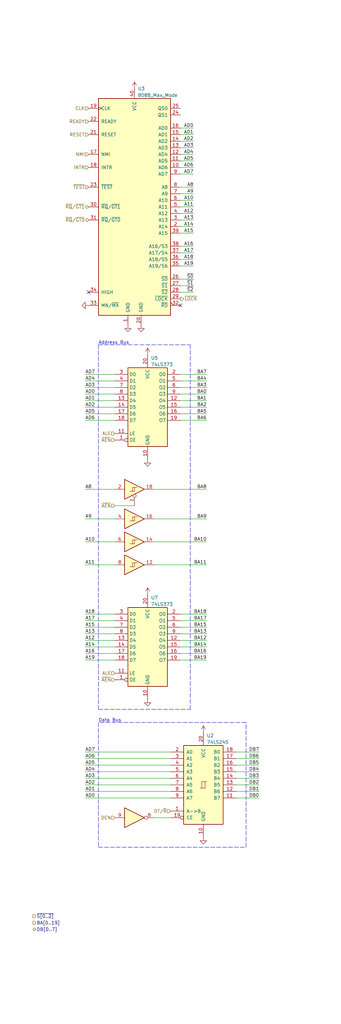
<source format=kicad_sch>
(kicad_sch (version 20211123) (generator eeschema)
  (paper "User" 132.004 396.011)
  (title_block (title "8088 Processor"))
  (lib_symbols
    (symbol "74xx:74LS04"
      (property "Reference" "U" (at 0 1.27 0))
      (property "Value" "74LS04" (at 0 -1.27 0))
      (symbol "74LS04_1_0"
        (polyline (pts (xy -3.81 3.81) (xy -3.81 -3.81) (xy 3.81 0) (xy -3.81 3.81)) (stroke (width 0.254)) (fill (type background)))
        (pin input line (at -7.62 0 0) (length 3.81) (name "~") (number "1"))
        (pin output inverted (at 7.62 0 180) (length 3.81) (name "~") (number "2"))
      )
      (symbol "74LS04_2_0"
        (polyline (pts (xy -3.81 3.81) (xy -3.81 -3.81) (xy 3.81 0) (xy -3.81 3.81)) (stroke (width 0.254)) (fill (type background)))
        (pin input line (at -7.62 0 0) (length 3.81) (name "~") (number "3"))
        (pin output inverted (at 7.62 0 180) (length 3.81) (name "~") (number "4"))
      )
      (symbol "74LS04_3_0"
        (polyline (pts (xy -3.81 3.81) (xy -3.81 -3.81) (xy 3.81 0) (xy -3.81 3.81)) (stroke (width 0.254)) (fill (type background)))
        (pin input line (at -7.62 0 0) (length 3.81) (name "~") (number "5"))
        (pin output inverted (at 7.62 0 180) (length 3.81) (name "~") (number "6"))
      )
      (symbol "74LS04_4_0"
        (polyline (pts (xy -3.81 3.81) (xy -3.81 -3.81) (xy 3.81 0) (xy -3.81 3.81)) (stroke (width 0.254)) (fill (type background)))
        (pin output inverted (at 7.62 0 180) (length 3.81) (name "~") (number "8"))
        (pin input line (at -7.62 0 0) (length 3.81) (name "~") (number "9"))
      )
      (symbol "74LS04_5_0"
        (polyline (pts (xy -3.81 3.81) (xy -3.81 -3.81) (xy 3.81 0) (xy -3.81 3.81)) (stroke (width 0.254)) (fill (type background)))
        (pin output inverted (at 7.62 0 180) (length 3.81) (name "~") (number "10"))
        (pin input line (at -7.62 0 0) (length 3.81) (name "~") (number "11"))
      )
      (symbol "74LS04_6_0"
        (polyline (pts (xy -3.81 3.81) (xy -3.81 -3.81) (xy 3.81 0) (xy -3.81 3.81)) (stroke (width 0.254)) (fill (type background)))
        (pin output inverted (at 7.62 0 180) (length 3.81) (name "~") (number "12"))
        (pin input line (at -7.62 0 0) (length 3.81) (name "~") (number "13"))
      )
      (symbol "74LS04_7_0"
        (pin power_in line (at 0 12.7 270) (length 5.08) (name "VCC") (number "14"))
        (pin power_in line (at 0 -12.7 90) (length 5.08) (name "GND") (number "7"))
      )
      (symbol "74LS04_7_1"
        (rectangle (start -5.08 7.62) (end 5.08 -7.62) (stroke (width 0.254)) (fill (type background)))
      )
    )
    (symbol "74xx:74LS244_Split"
      (property "Reference" "U" (at 0 1.27 0))
      (property "Value" "74LS244_Split" (at 0 -1.27 0))
      (symbol "74LS244_Split_1_0"
        (polyline (pts (xy -3.81 3.81) (xy -3.81 -3.81) (xy 3.81 0) (xy -3.81 3.81)) (stroke (width 0.254)) (fill (type background)))
        (pin input inverted (at 0 -6.35 90) (length 4.445) (name "~") (number "1"))
        (pin tri_state line (at 7.62 0 180) (length 3.81) (name "~") (number "18"))
        (pin input line (at -7.62 0 0) (length 3.81) (name "~") (number "2"))
      )
      (symbol "74LS244_Split_1_1"
        (polyline (pts (xy 0 0.762) (xy 0 -0.762) (xy -1.778 -0.762)))
        (polyline (pts (xy 1.016 0.762) (xy -0.762 0.762) (xy -0.762 -0.762)))
      )
      (symbol "74LS244_Split_2_0"
        (polyline (pts (xy -3.81 3.81) (xy -3.81 -3.81) (xy 3.81 0) (xy -3.81 3.81)) (stroke (width 0.254)) (fill (type background)))
        (pin tri_state line (at 7.62 0 180) (length 3.81) (name "~") (number "16"))
        (pin input line (at -7.62 0 0) (length 3.81) (name "~") (number "4"))
      )
      (symbol "74LS244_Split_2_1"
        (polyline (pts (xy 0 0.762) (xy 0 -0.762) (xy -1.778 -0.762)))
        (polyline (pts (xy 1.016 0.762) (xy -0.762 0.762) (xy -0.762 -0.762)))
      )
      (symbol "74LS244_Split_3_0"
        (polyline (pts (xy -3.81 3.81) (xy -3.81 -3.81) (xy 3.81 0) (xy -3.81 3.81)) (stroke (width 0.254)) (fill (type background)))
        (pin tri_state line (at 7.62 0 180) (length 3.81) (name "~") (number "14"))
        (pin input line (at -7.62 0 0) (length 3.81) (name "~") (number "6"))
      )
      (symbol "74LS244_Split_3_1"
        (polyline (pts (xy 0 0.762) (xy 0 -0.762) (xy -1.778 -0.762)))
        (polyline (pts (xy 1.016 0.762) (xy -0.762 0.762) (xy -0.762 -0.762)))
      )
      (symbol "74LS244_Split_4_0"
        (polyline (pts (xy -3.81 3.81) (xy -3.81 -3.81) (xy 3.81 0) (xy -3.81 3.81)) (stroke (width 0.254)) (fill (type background)))
        (pin tri_state line (at 7.62 0 180) (length 3.81) (name "~") (number "12"))
        (pin input line (at -7.62 0 0) (length 3.81) (name "~") (number "8"))
      )
      (symbol "74LS244_Split_4_1"
        (polyline (pts (xy 0 0.762) (xy 0 -0.762) (xy -1.778 -0.762)))
        (polyline (pts (xy 1.016 0.762) (xy -0.762 0.762) (xy -0.762 -0.762)))
      )
      (symbol "74LS244_Split_5_0"
        (polyline (pts (xy -3.81 3.81) (xy -3.81 -3.81) (xy 3.81 0) (xy -3.81 3.81)) (stroke (width 0.254)) (fill (type background)))
        (pin input line (at -7.62 0 0) (length 3.81) (name "~") (number "11"))
        (pin input inverted (at 0 -6.35 90) (length 4.445) (name "~") (number "19"))
        (pin tri_state line (at 7.62 0 180) (length 3.81) (name "~") (number "9"))
      )
      (symbol "74LS244_Split_5_1"
        (polyline (pts (xy 0 0.762) (xy 0 -0.762) (xy -1.778 -0.762)))
        (polyline (pts (xy 1.016 0.762) (xy -0.762 0.762) (xy -0.762 -0.762)))
      )
      (symbol "74LS244_Split_6_0"
        (polyline (pts (xy -3.81 3.81) (xy -3.81 -3.81) (xy 3.81 0) (xy -3.81 3.81)) (stroke (width 0.254)) (fill (type background)))
        (pin input line (at -7.62 0 0) (length 3.81) (name "~") (number "13"))
        (pin tri_state line (at 7.62 0 180) (length 3.81) (name "~") (number "7"))
      )
      (symbol "74LS244_Split_6_1"
        (polyline (pts (xy 0 0.762) (xy 0 -0.762) (xy -1.778 -0.762)))
        (polyline (pts (xy 1.016 0.762) (xy -0.762 0.762) (xy -0.762 -0.762)))
      )
      (symbol "74LS244_Split_7_0"
        (polyline (pts (xy -3.81 3.81) (xy -3.81 -3.81) (xy 3.81 0) (xy -3.81 3.81)) (stroke (width 0.254)) (fill (type background)))
        (pin input line (at -7.62 0 0) (length 3.81) (name "~") (number "15"))
        (pin tri_state line (at 7.62 0 180) (length 3.81) (name "~") (number "5"))
      )
      (symbol "74LS244_Split_7_1"
        (polyline (pts (xy 0 0.762) (xy 0 -0.762) (xy -1.778 -0.762)))
        (polyline (pts (xy 1.016 0.762) (xy -0.762 0.762) (xy -0.762 -0.762)))
      )
      (symbol "74LS244_Split_8_0"
        (polyline (pts (xy -3.81 3.81) (xy -3.81 -3.81) (xy 3.81 0) (xy -3.81 3.81)) (stroke (width 0.254)) (fill (type background)))
        (pin input line (at -7.62 0 0) (length 3.81) (name "~") (number "17"))
        (pin tri_state line (at 7.62 0 180) (length 3.81) (name "~") (number "3"))
      )
      (symbol "74LS244_Split_8_1"
        (polyline (pts (xy 0 0.762) (xy 0 -0.762) (xy -1.778 -0.762)))
        (polyline (pts (xy 1.016 0.762) (xy -0.762 0.762) (xy -0.762 -0.762)))
      )
      (symbol "74LS244_Split_9_0"
        (pin power_in line (at 0 -12.7 90) (length 5.08) (name "GND") (number "10"))
        (pin power_in line (at 0 12.7 270) (length 5.08) (name "VCC") (number "20"))
      )
      (symbol "74LS244_Split_9_1"
        (rectangle (start -5.08 7.62) (end 5.08 -7.62) (stroke (width 0.254)) (fill (type background)))
      )
    )
    (symbol "74xx:74LS245" (pin_names (offset 1.016))
      (property "Reference" "U" (at -7.62 16.51 0))
      (property "Value" "74LS245" (at -7.62 -16.51 0))
      (symbol "74LS245_1_0"
        (polyline (pts (xy -0.635 -1.27) (xy -0.635 1.27) (xy 0.635 1.27)))
        (polyline (pts (xy -1.27 -1.27) (xy 0.635 -1.27) (xy 0.635 1.27) (xy 1.27 1.27)))
        (pin input line (at -12.7 -10.16 0) (length 5.08) (name "A->B") (number "1"))
        (pin power_in line (at 0 -20.32 90) (length 5.08) (name "GND") (number "10"))
        (pin tri_state line (at 12.7 -5.08 180) (length 5.08) (name "B7") (number "11"))
        (pin tri_state line (at 12.7 -2.54 180) (length 5.08) (name "B6") (number "12"))
        (pin tri_state line (at 12.7 0 180) (length 5.08) (name "B5") (number "13"))
        (pin tri_state line (at 12.7 2.54 180) (length 5.08) (name "B4") (number "14"))
        (pin tri_state line (at 12.7 5.08 180) (length 5.08) (name "B3") (number "15"))
        (pin tri_state line (at 12.7 7.62 180) (length 5.08) (name "B2") (number "16"))
        (pin tri_state line (at 12.7 10.16 180) (length 5.08) (name "B1") (number "17"))
        (pin tri_state line (at 12.7 12.7 180) (length 5.08) (name "B0") (number "18"))
        (pin input inverted (at -12.7 -12.7 0) (length 5.08) (name "CE") (number "19"))
        (pin tri_state line (at -12.7 12.7 0) (length 5.08) (name "A0") (number "2"))
        (pin power_in line (at 0 20.32 270) (length 5.08) (name "VCC") (number "20"))
        (pin tri_state line (at -12.7 10.16 0) (length 5.08) (name "A1") (number "3"))
        (pin tri_state line (at -12.7 7.62 0) (length 5.08) (name "A2") (number "4"))
        (pin tri_state line (at -12.7 5.08 0) (length 5.08) (name "A3") (number "5"))
        (pin tri_state line (at -12.7 2.54 0) (length 5.08) (name "A4") (number "6"))
        (pin tri_state line (at -12.7 0 0) (length 5.08) (name "A5") (number "7"))
        (pin tri_state line (at -12.7 -2.54 0) (length 5.08) (name "A6") (number "8"))
        (pin tri_state line (at -12.7 -5.08 0) (length 5.08) (name "A7") (number "9"))
      )
      (symbol "74LS245_1_1"
        (rectangle (start -7.62 15.24) (end 7.62 -15.24) (stroke (width 0.254)) (fill (type background)))
      )
    )
    (symbol "74xx:74LS373"
      (property "Reference" "U" (at -7.62 16.51 0))
      (property "Value" "74LS373" (at -7.62 -16.51 0))
      (symbol "74LS373_1_0"
        (pin input inverted (at -12.7 -12.7 0) (length 5.08) (name "OE") (number "1"))
        (pin power_in line (at 0 -20.32 90) (length 5.08) (name "GND") (number "10"))
        (pin input line (at -12.7 -10.16 0) (length 5.08) (name "LE") (number "11"))
        (pin tri_state line (at 12.7 2.54 180) (length 5.08) (name "O4") (number "12"))
        (pin input line (at -12.7 2.54 0) (length 5.08) (name "D4") (number "13"))
        (pin input line (at -12.7 0 0) (length 5.08) (name "D5") (number "14"))
        (pin tri_state line (at 12.7 0 180) (length 5.08) (name "O5") (number "15"))
        (pin tri_state line (at 12.7 -2.54 180) (length 5.08) (name "O6") (number "16"))
        (pin input line (at -12.7 -2.54 0) (length 5.08) (name "D6") (number "17"))
        (pin input line (at -12.7 -5.08 0) (length 5.08) (name "D7") (number "18"))
        (pin tri_state line (at 12.7 -5.08 180) (length 5.08) (name "O7") (number "19"))
        (pin tri_state line (at 12.7 12.7 180) (length 5.08) (name "O0") (number "2"))
        (pin power_in line (at 0 20.32 270) (length 5.08) (name "VCC") (number "20"))
        (pin input line (at -12.7 12.7 0) (length 5.08) (name "D0") (number "3"))
        (pin input line (at -12.7 10.16 0) (length 5.08) (name "D1") (number "4"))
        (pin tri_state line (at 12.7 10.16 180) (length 5.08) (name "O1") (number "5"))
        (pin tri_state line (at 12.7 7.62 180) (length 5.08) (name "O2") (number "6"))
        (pin input line (at -12.7 7.62 0) (length 5.08) (name "D2") (number "7"))
        (pin input line (at -12.7 5.08 0) (length 5.08) (name "D3") (number "8"))
        (pin tri_state line (at 12.7 5.08 180) (length 5.08) (name "O3") (number "9"))
      )
      (symbol "74LS373_1_1"
        (rectangle (start -7.62 15.24) (end 7.62 -15.24) (stroke (width 0.254)) (fill (type background)))
      )
    )
    (symbol "MCU_Intel:8088_Max_Mode" (pin_names (offset 1.016))
      (property "Reference" "U" (at -12.7 43.18 0))
      (property "Value" "8088_Max_Mode" (at 10.16 43.18 0))
      (symbol "8088_Max_Mode_0_1"
        (rectangle (start 13.97 -41.91) (end -13.97 41.91) (stroke (width 0.254)) (fill (type background)))
      )
      (symbol "8088_Max_Mode_1_1"
        (pin power_in line (at -2.54 -45.72 90) (length 3.81) (name "GND") (number "1"))
        (pin bidirectional line (at 17.78 15.24 180) (length 3.81) (name "AD6") (number "10"))
        (pin bidirectional line (at 17.78 17.78 180) (length 3.81) (name "AD5") (number "11"))
        (pin bidirectional line (at 17.78 20.32 180) (length 3.81) (name "AD4") (number "12"))
        (pin bidirectional line (at 17.78 22.86 180) (length 3.81) (name "AD3") (number "13"))
        (pin bidirectional line (at 17.78 25.4 180) (length 3.81) (name "AD2") (number "14"))
        (pin bidirectional line (at 17.78 27.94 180) (length 3.81) (name "AD1") (number "15"))
        (pin bidirectional line (at 17.78 30.48 180) (length 3.81) (name "AD0") (number "16"))
        (pin input line (at -17.78 20.32 0) (length 3.81) (name "NMI") (number "17"))
        (pin input line (at -17.78 15.24 0) (length 3.81) (name "INTR") (number "18"))
        (pin input clock (at -17.78 38.1 0) (length 3.81) (name "CLK") (number "19"))
        (pin output line (at 17.78 -7.62 180) (length 3.81) (name "A14") (number "2"))
        (pin power_in line (at 2.54 -45.72 90) (length 3.81) (name "GND") (number "20"))
        (pin input line (at -17.78 27.94 0) (length 3.81) (name "RESET") (number "21"))
        (pin input line (at -17.78 33.02 0) (length 3.81) (name "READY") (number "22"))
        (pin input line (at -17.78 7.62 0) (length 3.81) (name "~{TEST}") (number "23"))
        (pin output line (at 17.78 35.56 180) (length 3.81) (name "QS1") (number "24"))
        (pin output line (at 17.78 38.1 180) (length 3.81) (name "QS0") (number "25"))
        (pin output line (at 17.78 -27.94 180) (length 3.81) (name "~{S0}") (number "26"))
        (pin output line (at 17.78 -30.48 180) (length 3.81) (name "~{S1}") (number "27"))
        (pin output line (at 17.78 -33.02 180) (length 3.81) (name "~{S2}") (number "28"))
        (pin output line (at 17.78 -35.56 180) (length 3.81) (name "~{LOCK}") (number "29"))
        (pin output line (at 17.78 -5.08 180) (length 3.81) (name "A13") (number "3"))
        (pin bidirectional line (at -17.78 0 0) (length 3.81) (name "~{RQ}/~{GT1}") (number "30"))
        (pin bidirectional line (at -17.78 -5.08 0) (length 3.81) (name "~{RQ}/~{GT0}") (number "31"))
        (pin output output_low (at 17.78 -38.1 180) (length 3.81) (name "~{RD}") (number "32"))
        (pin input line (at -17.78 -38.1 0) (length 3.81) (name "MN/~{MX}") (number "33"))
        (pin output line (at -17.78 -33.02 0) (length 3.81) (name "HIGH") (number "34"))
        (pin output line (at 17.78 -22.86 180) (length 3.81) (name "A19/S6") (number "35"))
        (pin output line (at 17.78 -20.32 180) (length 3.81) (name "A18/S5") (number "36"))
        (pin output line (at 17.78 -17.78 180) (length 3.81) (name "A17/S4") (number "37"))
        (pin output line (at 17.78 -15.24 180) (length 3.81) (name "A16/S3") (number "38"))
        (pin output line (at 17.78 -10.16 180) (length 3.81) (name "A15") (number "39"))
        (pin output line (at 17.78 -2.54 180) (length 3.81) (name "A12") (number "4"))
        (pin power_in line (at 0 45.72 270) (length 3.81) (name "VCC") (number "40"))
        (pin output line (at 17.78 0 180) (length 3.81) (name "A11") (number "5"))
        (pin output line (at 17.78 2.54 180) (length 3.81) (name "A10") (number "6"))
        (pin output line (at 17.78 5.08 180) (length 3.81) (name "A9") (number "7"))
        (pin output line (at 17.78 7.62 180) (length 3.81) (name "A8") (number "8"))
        (pin bidirectional line (at 17.78 12.7 180) (length 3.81) (name "AD7") (number "9"))
      )
    )
    (symbol "power:GND" (power) (pin_names (offset 0))
      (property "Value" "GND" (at 0 -3.81 0))
      (symbol "GND_0_1"
        (polyline (pts (xy 0 0) (xy 0 -1.27) (xy 1.27 -1.27) (xy 0 -2.54) (xy -1.27 -1.27) (xy 0 -1.27)))
      )
      (symbol "GND_1_1"
        (pin power_in line (at 0 0 270) (length 0) hide (name "GND") (number "1"))
      )
    )
    (symbol "power:VCC" (power) (pin_names (offset 0))
      (property "Value" "VCC" (at 0 3.81 0))
      (symbol "VCC_0_1"
        (polyline (pts (xy -0.762 1.27) (xy 0 2.54)))
        (polyline (pts (xy 0 0) (xy 0 2.54)))
        (polyline (pts (xy 0 2.54) (xy 0.762 1.27)))
      )
      (symbol "VCC_1_1"
        (pin power_in line (at 0 0 90) (length 0) hide (name "VCC") (number "1"))
      )
    )
  )
  (no_connect (at 69.85 118.11))
  (no_connect (at 34.29 113.03))
  (polyline (pts (xy 38.1 133.35) (xy 73.66 133.35)))
  (wire (pts (xy 69.85 152.4) (xy 80.01 152.4)))
  (wire (pts (xy 33.02 149.86) (xy 44.45 149.86)))
  (wire (pts (xy 69.85 252.73) (xy 80.01 252.73)))
  (wire (pts (xy 33.02 200.66) (xy 44.45 200.66)))
  (polyline (pts (xy 95.25 279.4) (xy 38.1 279.4)))
  (wire (pts (xy 59.69 218.44) (xy 80.01 218.44)))
  (wire (pts (xy 91.44 290.83) (xy 100.33 290.83)))
  (wire (pts (xy 69.85 149.86) (xy 80.01 149.86)))
  (polyline (pts (xy 38.1 274.32) (xy 73.66 274.32)))
  (wire (pts (xy 33.02 255.27) (xy 44.45 255.27)))
  (wire (pts (xy 69.85 237.49) (xy 80.01 237.49)))
  (wire (pts (xy 91.44 295.91) (xy 100.33 295.91)))
  (wire (pts (xy 69.85 242.57) (xy 80.01 242.57)))
  (polyline (pts (xy 73.66 274.32) (xy 73.66 133.35)))
  (wire (pts (xy 33.02 160.02) (xy 44.45 160.02)))
  (wire (pts (xy 69.85 80.01) (xy 74.93 80.01)))
  (wire (pts (xy 59.69 316.23) (xy 66.04 316.23)))
  (polyline (pts (xy 38.1 318.77) (xy 38.1 327.66)))
  (wire (pts (xy 69.85 57.15) (xy 74.93 57.15)))
  (wire (pts (xy 33.02 295.91) (xy 66.04 295.91)))
  (wire (pts (xy 69.85 87.63) (xy 74.93 87.63)))
  (wire (pts (xy 91.44 293.37) (xy 100.33 293.37)))
  (wire (pts (xy 69.85 77.47) (xy 74.93 77.47)))
  (wire (pts (xy 33.02 290.83) (xy 66.04 290.83)))
  (wire (pts (xy 33.02 152.4) (xy 44.45 152.4)))
  (wire (pts (xy 69.85 110.49) (xy 74.93 110.49)))
  (wire (pts (xy 69.85 82.55) (xy 74.93 82.55)))
  (wire (pts (xy 33.02 247.65) (xy 44.45 247.65)))
  (wire (pts (xy 69.85 255.27) (xy 80.01 255.27)))
  (wire (pts (xy 33.02 218.44) (xy 44.45 218.44)))
  (wire (pts (xy 69.85 85.09) (xy 74.93 85.09)))
  (wire (pts (xy 69.85 250.19) (xy 80.01 250.19)))
  (wire (pts (xy 33.02 308.61) (xy 66.04 308.61)))
  (wire (pts (xy 69.85 49.53) (xy 74.93 49.53)))
  (polyline (pts (xy 38.1 279.4) (xy 38.1 318.77)))
  (wire (pts (xy 33.02 209.55) (xy 44.45 209.55)))
  (wire (pts (xy 33.02 245.11) (xy 44.45 245.11)))
  (wire (pts (xy 69.85 157.48) (xy 80.01 157.48)))
  (wire (pts (xy 33.02 147.32) (xy 44.45 147.32)))
  (wire (pts (xy 69.85 147.32) (xy 80.01 147.32)))
  (polyline (pts (xy 38.1 133.35) (xy 38.1 274.32)))
  (wire (pts (xy 33.02 157.48) (xy 44.45 157.48)))
  (polyline (pts (xy 38.1 327.66) (xy 95.25 327.66)))
  (wire (pts (xy 69.85 90.17) (xy 74.93 90.17)))
  (wire (pts (xy 33.02 189.23) (xy 44.45 189.23)))
  (wire (pts (xy 91.44 298.45) (xy 100.33 298.45)))
  (wire (pts (xy 91.44 300.99) (xy 100.33 300.99)))
  (wire (pts (xy 69.85 54.61) (xy 74.93 54.61)))
  (wire (pts (xy 33.02 293.37) (xy 66.04 293.37)))
  (wire (pts (xy 69.85 59.69) (xy 74.93 59.69)))
  (wire (pts (xy 69.85 64.77) (xy 74.93 64.77)))
  (wire (pts (xy 33.02 298.45) (xy 66.04 298.45)))
  (wire (pts (xy 69.85 160.02) (xy 80.01 160.02)))
  (wire (pts (xy 69.85 95.25) (xy 74.93 95.25)))
  (wire (pts (xy 69.85 67.31) (xy 74.93 67.31)))
  (wire (pts (xy 69.85 162.56) (xy 80.01 162.56)))
  (polyline (pts (xy 95.25 327.66) (xy 95.25 279.4)))
  (wire (pts (xy 69.85 74.93) (xy 74.93 74.93)))
  (wire (pts (xy 69.85 144.78) (xy 80.01 144.78)))
  (wire (pts (xy 69.85 52.07) (xy 74.93 52.07)))
  (wire (pts (xy 69.85 72.39) (xy 74.93 72.39)))
  (wire (pts (xy 33.02 237.49) (xy 44.45 237.49)))
  (wire (pts (xy 33.02 306.07) (xy 66.04 306.07)))
  (wire (pts (xy 59.69 189.23) (xy 80.01 189.23)))
  (wire (pts (xy 33.02 252.73) (xy 44.45 252.73)))
  (wire (pts (xy 59.69 200.66) (xy 80.01 200.66)))
  (wire (pts (xy 69.85 245.11) (xy 80.01 245.11)))
  (wire (pts (xy 69.85 247.65) (xy 80.01 247.65)))
  (wire (pts (xy 91.44 306.07) (xy 100.33 306.07)))
  (wire (pts (xy 69.85 154.94) (xy 80.01 154.94)))
  (wire (pts (xy 91.44 308.61) (xy 100.33 308.61)))
  (wire (pts (xy 44.45 195.58) (xy 52.07 195.58)))
  (wire (pts (xy 33.02 250.19) (xy 44.45 250.19)))
  (wire (pts (xy 69.85 240.03) (xy 80.01 240.03)))
  (wire (pts (xy 69.85 62.23) (xy 74.93 62.23)))
  (wire (pts (xy 33.02 303.53) (xy 66.04 303.53)))
  (wire (pts (xy 59.69 209.55) (xy 80.01 209.55)))
  (wire (pts (xy 33.02 240.03) (xy 44.45 240.03)))
  (wire (pts (xy 33.02 144.78) (xy 44.45 144.78)))
  (wire (pts (xy 33.02 154.94) (xy 44.45 154.94)))
  (wire (pts (xy 69.85 113.03) (xy 74.93 113.03)))
  (wire (pts (xy 91.44 303.53) (xy 100.33 303.53)))
  (wire (pts (xy 69.85 102.87) (xy 74.93 102.87)))
  (wire (pts (xy 69.85 107.95) (xy 74.93 107.95)))
  (wire (pts (xy 33.02 242.57) (xy 44.45 242.57)))
  (wire (pts (xy 33.02 300.99) (xy 66.04 300.99)))
  (wire (pts (xy 69.85 97.79) (xy 74.93 97.79)))
  (wire (pts (xy 33.02 162.56) (xy 44.45 162.56)))
  (wire (pts (xy 69.85 100.33) (xy 74.93 100.33)))
  (text "Data Bus" (at 38.1 279.4 0) (effects (font (size 1.27 1.27)) (justify left bottom)))
  (text "Address Bus" (at 38.1 133.35 0) (effects (font (size 1.27 1.27)) (justify left bottom)))
  (label "A12" (at 74.93 82.55 180))
  (label "AD3" (at 33.02 300.99 0))
  (label "BA9" (at 80.01 200.66 180))
  (label "BA12" (at 80.01 247.65 180))
  (label "DB6" (at 100.33 293.37 180))
  (label "A13" (at 74.93 85.09 180))
  (label "BA6" (at 80.01 162.56 180))
  (label "DB2" (at 100.33 303.53 180))
  (label "A9" (at 74.93 74.93 180))
  (label "AD3" (at 74.93 57.15 180))
  (label "A11" (at 33.02 218.44 0))
  (label "DB4" (at 100.33 298.45 180))
  (label "A15" (at 33.02 242.57 0))
  (label "A16" (at 33.02 252.73 0))
  (label "AD4" (at 74.93 59.69 180))
  (label "AD1" (at 33.02 306.07 0))
  (label "A12" (at 33.02 247.65 0))
  (label "A18" (at 74.93 100.33 180))
  (label "AD6" (at 33.02 293.37 0))
  (label "BA2" (at 80.01 157.48 180))
  (label "AD7" (at 33.02 144.78 0))
  (label "AD0" (at 33.02 308.61 0))
  (label "BA17" (at 80.01 240.03 180))
  (label "A8" (at 33.02 189.23 0))
  (label "BA5" (at 80.01 160.02 180))
  (label "BA13" (at 80.01 245.11 180))
  (label "AD0" (at 33.02 152.4 0))
  (label "~{S1}" (at 74.93 110.49 180))
  (label "AD4" (at 33.02 298.45 0))
  (label "A16" (at 74.93 95.25 180))
  (label "A13" (at 33.02 245.11 0))
  (label "BA3" (at 80.01 149.86 180))
  (label "BA10" (at 80.01 209.55 180))
  (label "BA8" (at 80.01 189.23 180))
  (label "BA1" (at 80.01 154.94 180))
  (label "AD3" (at 33.02 149.86 0))
  (label "AD1" (at 74.93 52.07 180))
  (label "AD6" (at 33.02 162.56 0))
  (label "A10" (at 74.93 77.47 180))
  (label "DB5" (at 100.33 295.91 180))
  (label "A10" (at 33.02 209.55 0))
  (label "A17" (at 33.02 240.03 0))
  (label "DB3" (at 100.33 300.99 180))
  (label "AD6" (at 74.93 64.77 180))
  (label "A19" (at 74.93 102.87 180))
  (label "AD4" (at 33.02 147.32 0))
  (label "A8" (at 74.93 72.39 180))
  (label "DB0" (at 100.33 308.61 180))
  (label "BA15" (at 80.01 242.57 180))
  (label "A9" (at 33.02 200.66 0))
  (label "A17" (at 74.93 97.79 180))
  (label "A14" (at 33.02 250.19 0))
  (label "DB1" (at 100.33 306.07 180))
  (label "A14" (at 74.93 87.63 180))
  (label "A15" (at 74.93 90.17 180))
  (label "AD5" (at 33.02 160.02 0))
  (label "AD7" (at 74.93 67.31 180))
  (label "BA7" (at 80.01 144.78 180))
  (label "~{S2}" (at 74.93 113.03 180))
  (label "AD2" (at 74.93 54.61 180))
  (label "AD5" (at 74.93 62.23 180))
  (label "~{S0}" (at 74.93 107.95 180))
  (label "AD5" (at 33.02 295.91 0))
  (label "AD2" (at 33.02 303.53 0))
  (label "A18" (at 33.02 237.49 0))
  (label "AD2" (at 33.02 157.48 0))
  (label "BA14" (at 80.01 250.19 180))
  (label "A19" (at 33.02 255.27 0))
  (label "BA0" (at 80.01 152.4 180))
  (label "DB7" (at 100.33 290.83 180))
  (label "AD1" (at 33.02 154.94 0))
  (label "BA18" (at 80.01 237.49 180))
  (label "A11" (at 74.93 80.01 180))
  (label "AD7" (at 33.02 290.83 0))
  (label "BA11" (at 80.01 218.44 180))
  (label "AD0" (at 74.93 49.53 180))
  (label "BA4" (at 80.01 147.32 180))
  (label "BA16" (at 80.01 252.73 180))
  (label "BA19" (at 80.01 255.27 180))
  (hierarchical_label "~{S[0..2]}" (shape output) (at 12.7 354.33 0))
  (hierarchical_label "READY" (shape input) (at 34.29 46.99 180))
  (hierarchical_label "~{TEST}" (shape input) (at 34.29 72.39 180))
  (hierarchical_label "NMI" (shape input) (at 34.29 59.69 180))
  (hierarchical_label "~{RQ}{slash}~{GT0}" (shape bidirectional) (at 34.29 85.09 180))
  (hierarchical_label "~{RQ}{slash}~{GT1}" (shape bidirectional) (at 34.29 80.01 180))
  (hierarchical_label "ALE" (shape input) (at 44.45 260.35 180))
  (hierarchical_label "DB[0..7]" (shape bidirectional) (at 12.7 359.41 0))
  (hierarchical_label "ALE" (shape input) (at 44.45 167.64 180))
  (hierarchical_label "~{AEN}" (shape input) (at 44.45 195.58 180))
  (hierarchical_label "RESET" (shape input) (at 34.29 52.07 180))
  (hierarchical_label "~{LOCK}" (shape output) (at 69.85 115.57 0))
  (hierarchical_label "~{AEN}" (shape input) (at 44.45 262.89 180))
  (hierarchical_label "INTR" (shape input) (at 34.29 64.77 180))
  (hierarchical_label "DEN" (shape input) (at 44.45 316.23 180))
  (hierarchical_label "DT{slash}~{R}" (shape input) (at 66.04 313.69 180))
  (hierarchical_label "~{AEN}" (shape input) (at 44.45 170.18 180))
  (hierarchical_label "BA[0..19]" (shape output) (at 12.7 356.87 0))
  (hierarchical_label "CLK" (shape input) (at 34.29 41.91 180))
  (symbol (lib_id "power:GND") (at 49.53 125.73 0) (unit 1)
    (property "Reference" "#PWR0145" (effects hide))
    (property "Value" "GND" (effects hide))
  )
  (symbol (lib_id "74xx:74LS244_Split") (at 52.07 200.66 0) (unit 2)
    (property "Reference" "U6" (effects hide))
    (property "Value" "74LS244_Split" (effects hide))
    (property "Datasheet" "http://www.ti.com/lit/ds/symlink/sn74ls241.pdf" (effects hide))
  )
  (symbol (lib_id "power:VCC") (at 78.74 283.21 0) (unit 1)
    (property "Reference" "#PWR0138" (effects hide))
    (property "Value" "VCC" (effects hide))
  )
  (symbol (lib_id "74xx:74LS244_Split") (at 52.07 189.23 0) (unit 1)
    (property "Reference" "U6" (effects hide))
    (property "Value" "74LS244_Split" (effects hide))
    (property "Datasheet" "http://www.ti.com/lit/ds/symlink/sn74ls241.pdf" (effects hide))
  )
  (symbol (lib_id "74xx:74LS245") (at 78.74 303.53 0) (unit 1)
    (property "Reference" "U2" (at 80.01 284.48 0) (effects (justify left)))
    (property "Value" "74LS245" (at 80.01 287.02 0) (effects (justify left)))
    (property "Datasheet" "http://www.ti.com/lit/gpn/sn74LS245" (effects hide))
  )
  (symbol (lib_id "power:GND") (at 57.15 177.8 0) (unit 1)
    (property "Reference" "#PWR0136" (effects hide))
    (property "Value" "GND" (effects hide))
  )
  (symbol (lib_id "power:GND") (at 57.15 270.51 0) (unit 1)
    (property "Reference" "#PWR0135" (effects hide))
    (property "Value" "GND" (effects hide))
  )
  (symbol (lib_id "74xx:74LS373") (at 57.15 250.19 0) (unit 1)
    (property "Reference" "U7" (at 58.42 231.14 0) (effects (justify left)))
    (property "Value" "74LS373" (at 58.42 233.68 0) (effects (justify left)))
    (property "Datasheet" "http://www.ti.com/lit/gpn/sn74LS373" (effects hide))
  )
  (symbol (lib_id "power:GND") (at 78.74 323.85 0) (unit 1)
    (property "Reference" "#PWR0139" (effects hide))
    (property "Value" "GND" (effects hide))
  )
  (symbol (lib_id "power:VCC") (at 52.07 34.29 0) (unit 1)
    (property "Reference" "#PWR0140" (effects hide))
    (property "Value" "VCC" (effects hide))
  )
  (symbol (lib_id "74xx:74LS244_Split") (at 52.07 209.55 0) (unit 3)
    (property "Reference" "U6" (effects hide))
    (property "Value" "74LS244_Split" (effects hide))
    (property "Datasheet" "http://www.ti.com/lit/ds/symlink/sn74ls241.pdf" (effects hide))
  )
  (symbol (lib_id "power:VCC") (at 57.15 137.16 0) (unit 1)
    (property "Reference" "#PWR0143" (effects hide))
    (property "Value" "VCC" (effects hide))
  )
  (symbol (lib_id "74xx:74LS04") (at 52.07 316.23 0) (unit 4)
    (property "Reference" "U18" (effects hide))
    (property "Value" "74LS04" (effects hide))
    (property "Datasheet" "http://www.ti.com/lit/gpn/sn74LS04" (effects hide))
  )
  (symbol (lib_id "power:GND") (at 34.29 118.11 270) (unit 1)
    (property "Reference" "#PWR0144" (effects hide))
    (property "Value" "GND" (effects hide))
  )
  (symbol (lib_id "74xx:74LS373") (at 57.15 157.48 0) (unit 1)
    (property "Reference" "U5" (at 58.42 138.43 0) (effects (justify left)))
    (property "Value" "74LS373" (at 58.42 140.97 0) (effects (justify left)))
    (property "Datasheet" "http://www.ti.com/lit/gpn/sn74LS373" (effects hide))
  )
  (symbol (lib_id "power:VCC") (at 57.15 229.87 0) (unit 1)
    (property "Reference" "#PWR0137" (effects hide))
    (property "Value" "VCC" (effects hide))
  )
  (symbol (lib_id "74xx:74LS244_Split") (at 52.07 218.44 0) (unit 4)
    (property "Reference" "U6" (effects hide))
    (property "Value" "74LS244_Split" (effects hide))
    (property "Datasheet" "http://www.ti.com/lit/ds/symlink/sn74ls241.pdf" (effects hide))
  )
  (symbol (lib_id "power:GND") (at 54.61 125.73 0) (unit 1)
    (property "Reference" "#PWR0146" (effects hide))
    (property "Value" "GND" (effects hide))
  )
  (symbol (lib_id "MCU_Intel:8088_Max_Mode") (at 52.07 80.01 0) (unit 1)
    (property "Reference" "U3" (at 53.34 34.29 0) (effects (justify left)))
    (property "Value" "8088_Max_Mode" (at 53.34 36.83 0) (effects (justify left)))
    (property "Footprint" "Package_DIP:DIP-40_W15.24mm" (effects hide))
    (property "Datasheet" "http://datasheets.chipdb.org/Intel/x86/808x/datashts/8088/231456-006.pdf" (effects hide))
  )
)
</source>
